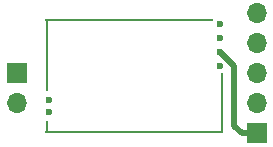
<source format=gbl>
G04 #@! TF.GenerationSoftware,KiCad,Pcbnew,8.0.1-8.0.1-1~ubuntu22.04.1*
G04 #@! TF.CreationDate,2024-04-13T04:14:19+00:00*
G04 #@! TF.ProjectId,vr-discrete,76722d64-6973-4637-9265-74652e6b6963,rev?*
G04 #@! TF.SameCoordinates,Original*
G04 #@! TF.FileFunction,Copper,L2,Bot*
G04 #@! TF.FilePolarity,Positive*
%FSLAX46Y46*%
G04 Gerber Fmt 4.6, Leading zero omitted, Abs format (unit mm)*
G04 Created by KiCad (PCBNEW 8.0.1-8.0.1-1~ubuntu22.04.1) date 2024-04-13 04:14:19*
%MOMM*%
%LPD*%
G01*
G04 APERTURE LIST*
G04 #@! TA.AperFunction,ComponentPad*
%ADD10R,1.700000X1.700000*%
G04 #@! TD*
G04 #@! TA.AperFunction,ComponentPad*
%ADD11O,1.700000X1.700000*%
G04 #@! TD*
G04 #@! TA.AperFunction,ComponentPad*
%ADD12C,0.600000*%
G04 #@! TD*
G04 #@! TA.AperFunction,SMDPad,CuDef*
%ADD13R,0.250000X6.185000*%
G04 #@! TD*
G04 #@! TA.AperFunction,SMDPad,CuDef*
%ADD14R,0.250000X1.115000*%
G04 #@! TD*
G04 #@! TA.AperFunction,SMDPad,CuDef*
%ADD15R,14.275000X0.250000*%
G04 #@! TD*
G04 #@! TA.AperFunction,SMDPad,CuDef*
%ADD16R,15.100000X0.250000*%
G04 #@! TD*
G04 #@! TA.AperFunction,SMDPad,CuDef*
%ADD17R,0.250000X5.175000*%
G04 #@! TD*
G04 #@! TA.AperFunction,Conductor*
%ADD18C,0.500000*%
G04 #@! TD*
G04 APERTURE END LIST*
D10*
G04 #@! TO.P,J1,1,Pin_1*
G04 #@! TO.N,Net-(J1-Pin_1)*
X2540000Y8255000D03*
D11*
G04 #@! TO.P,J1,2,Pin_2*
G04 #@! TO.N,Net-(J1-Pin_2)*
X2540000Y5715000D03*
G04 #@! TD*
D12*
G04 #@! TO.P,M750,E1,Thresh_IN*
G04 #@! TO.N,Net-(J2-Pin_4)*
X19730000Y10075000D03*
G04 #@! TO.P,M750,E2,OUT_A*
G04 #@! TO.N,Net-(J2-Pin_3)*
X19730000Y8875000D03*
G04 #@! TO.P,M750,E3,OUT*
G04 #@! TO.N,Net-(J2-Pin_2)*
X19730000Y11275000D03*
G04 #@! TO.P,M750,E4,V5_IN*
G04 #@! TO.N,Net-(J2-Pin_1)*
X19730000Y12475000D03*
D13*
G04 #@! TO.P,M750,G,GND*
G04 #@! TO.N,Net-(J2-Pin_5)*
X5080000Y9807500D03*
D14*
X5080000Y3757500D03*
D15*
X12092500Y12775000D03*
D16*
X12505000Y3325000D03*
D17*
X19930000Y5787500D03*
D12*
G04 #@! TO.P,M750,W1,VR-*
G04 #@! TO.N,Net-(J1-Pin_1)*
X5305000Y6015000D03*
G04 #@! TO.P,M750,W2,VR+*
G04 #@! TO.N,Net-(J1-Pin_2)*
X5305000Y5015000D03*
G04 #@! TD*
D10*
G04 #@! TO.P,J2,1,Pin_1*
G04 #@! TO.N,Net-(J2-Pin_1)*
X22860000Y3175000D03*
D11*
G04 #@! TO.P,J2,2,Pin_2*
G04 #@! TO.N,Net-(J2-Pin_2)*
X22860000Y5715000D03*
G04 #@! TO.P,J2,3,Pin_3*
G04 #@! TO.N,Net-(J2-Pin_3)*
X22860000Y8255000D03*
G04 #@! TO.P,J2,4,Pin_4*
G04 #@! TO.N,Net-(J2-Pin_4)*
X22860000Y10795000D03*
G04 #@! TO.P,J2,5,Pin_5*
G04 #@! TO.N,Net-(J2-Pin_5)*
X22860000Y13335000D03*
G04 #@! TD*
D18*
G04 #@! TO.N,Net-(J2-Pin_1)*
X20915000Y8890000D02*
X20955000Y8890000D01*
X21590000Y3175000D02*
X22860000Y3175000D01*
X20955000Y3810000D02*
X21590000Y3175000D01*
X20955000Y8890000D02*
X20955000Y3810000D01*
X19730000Y10075000D02*
X20915000Y8890000D01*
G04 #@! TD*
M02*

</source>
